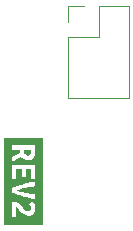
<source format=gto>
G04 #@! TF.GenerationSoftware,KiCad,Pcbnew,7.0.7*
G04 #@! TF.CreationDate,2023-08-28T17:40:55-04:00*
G04 #@! TF.ProjectId,programmer,70726f67-7261-46d6-9d65-722e6b696361,rev?*
G04 #@! TF.SameCoordinates,Original*
G04 #@! TF.FileFunction,Legend,Top*
G04 #@! TF.FilePolarity,Positive*
%FSLAX46Y46*%
G04 Gerber Fmt 4.6, Leading zero omitted, Abs format (unit mm)*
G04 Created by KiCad (PCBNEW 7.0.7) date 2023-08-28 17:40:55*
%MOMM*%
%LPD*%
G01*
G04 APERTURE LIST*
%ADD10C,0.120000*%
%ADD11C,0.800000*%
%ADD12C,6.000000*%
%ADD13R,1.700000X1.700000*%
%ADD14O,1.700000X1.700000*%
G04 APERTURE END LIST*
D10*
X140910000Y-49470000D02*
X142240000Y-49470000D01*
X140910000Y-50800000D02*
X140910000Y-49470000D01*
X140910000Y-52070000D02*
X140910000Y-57210000D01*
X140910000Y-52070000D02*
X143510000Y-52070000D01*
X140910000Y-57210000D02*
X146110000Y-57210000D01*
X143510000Y-49470000D02*
X146110000Y-49470000D01*
X143510000Y-52070000D02*
X143510000Y-49470000D01*
X146110000Y-49470000D02*
X146110000Y-57210000D01*
G36*
X137801350Y-61687075D02*
G01*
X137802937Y-61741050D01*
X137784681Y-61881544D01*
X137729912Y-61991875D01*
X137636250Y-62063312D01*
X137501313Y-62087125D01*
X137280650Y-61998225D01*
X137222309Y-61881544D01*
X137202863Y-61709300D01*
X137202863Y-61623575D01*
X137793413Y-61623575D01*
X137801350Y-61687075D01*
G37*
G36*
X138826346Y-61233050D02*
G01*
X138826346Y-67290950D01*
X138826346Y-67952408D01*
X135493654Y-67952408D01*
X135493654Y-67290950D01*
X136155113Y-67290950D01*
X136478962Y-67290950D01*
X136478962Y-66446400D01*
X136583738Y-66479738D01*
X136696450Y-66560700D01*
X136804400Y-66662300D01*
X136894887Y-66757550D01*
X137053638Y-66919475D01*
X137225088Y-67062350D01*
X137407650Y-67163950D01*
X137602913Y-67202050D01*
X137848975Y-67151250D01*
X138025188Y-67014725D01*
X138129963Y-66817875D01*
X138164887Y-66586100D01*
X138149012Y-66420603D01*
X138101387Y-66254313D01*
X138020425Y-66097547D01*
X137904538Y-65960625D01*
X137631488Y-66154300D01*
X137780713Y-66354325D01*
X137825163Y-66548000D01*
X137760075Y-66732150D01*
X137574337Y-66805175D01*
X137406062Y-66746438D01*
X137234613Y-66597213D01*
X137143728Y-66503550D01*
X137048875Y-66403538D01*
X136948069Y-66303525D01*
X136839325Y-66209862D01*
X136721453Y-66127313D01*
X136593263Y-66060637D01*
X136453563Y-66016584D01*
X136301162Y-66001900D01*
X136234488Y-66000313D01*
X136155113Y-66008250D01*
X136155113Y-67290950D01*
X135493654Y-67290950D01*
X135493654Y-64827150D01*
X136155113Y-64827150D01*
X136155113Y-65230375D01*
X136324269Y-65291053D01*
X136497307Y-65350319D01*
X136674225Y-65408175D01*
X136852025Y-65463738D01*
X137027708Y-65516125D01*
X137201275Y-65565337D01*
X137454084Y-65632806D01*
X137694988Y-65692337D01*
X137918825Y-65743534D01*
X138120438Y-65786000D01*
X138120438Y-65376425D01*
X137955338Y-65347850D01*
X137764838Y-65312925D01*
X137558859Y-65273237D01*
X137347325Y-65230375D01*
X137134600Y-65184338D01*
X136925050Y-65135125D01*
X136728597Y-65084325D01*
X136555163Y-65033525D01*
X136730978Y-64982328D01*
X136928225Y-64930337D01*
X137137775Y-64879538D01*
X137350500Y-64831912D01*
X137561637Y-64787859D01*
X137766425Y-64747775D01*
X137955734Y-64714437D01*
X138120438Y-64690625D01*
X138120438Y-64277875D01*
X137942638Y-64314388D01*
X137720388Y-64366775D01*
X137554053Y-64408756D01*
X137381015Y-64454264D01*
X137201275Y-64503300D01*
X137018007Y-64555158D01*
X136834386Y-64609133D01*
X136650412Y-64665225D01*
X136388475Y-64748569D01*
X136155113Y-64827150D01*
X135493654Y-64827150D01*
X135493654Y-62849125D01*
X136155113Y-62849125D01*
X136155113Y-64109600D01*
X136478962Y-64109600D01*
X136478962Y-63239650D01*
X137031413Y-63239650D01*
X137031413Y-63934975D01*
X137355263Y-63934975D01*
X137355263Y-63239650D01*
X137796588Y-63239650D01*
X137796588Y-64039750D01*
X138120438Y-64039750D01*
X138120438Y-62849125D01*
X136155113Y-62849125D01*
X135493654Y-62849125D01*
X135493654Y-62614175D01*
X136155113Y-62614175D01*
X136363075Y-62523687D01*
X136582150Y-62414150D01*
X136791700Y-62296675D01*
X136974262Y-62182375D01*
X137063956Y-62321281D01*
X137186988Y-62414150D01*
X137334625Y-62466537D01*
X137498138Y-62484000D01*
X137652522Y-62470903D01*
X137785475Y-62431612D01*
X137987088Y-62280800D01*
X138056144Y-62172850D01*
X138104563Y-62045850D01*
X138133138Y-61901387D01*
X138142663Y-61741050D01*
X138139488Y-61629925D01*
X138131550Y-61496575D01*
X138115675Y-61358462D01*
X138091863Y-61233050D01*
X136155113Y-61233050D01*
X136155113Y-61623575D01*
X136879013Y-61623575D01*
X136879013Y-61826775D01*
X136699228Y-61934328D01*
X136521825Y-62034738D01*
X136342041Y-62125622D01*
X136155113Y-62204600D01*
X136155113Y-62614175D01*
X135493654Y-62614175D01*
X135493654Y-61233050D01*
X135493654Y-60571592D01*
X138826346Y-60571592D01*
X138826346Y-61233050D01*
G37*
%LPC*%
D11*
X134910000Y-72051000D03*
X135569010Y-70460010D03*
X135569010Y-73641990D03*
X137160000Y-69801000D03*
D12*
X137160000Y-72051000D03*
D11*
X137160000Y-74301000D03*
X138750990Y-70460010D03*
X138750990Y-73641990D03*
X139410000Y-72051000D03*
D13*
X142240000Y-50800000D03*
D14*
X144780000Y-50800000D03*
X142240000Y-53340000D03*
X144780000Y-53340000D03*
X142240000Y-55880000D03*
X144780000Y-55880000D03*
D11*
X134910000Y-41571000D03*
X135569010Y-39980010D03*
X135569010Y-43161990D03*
X137160000Y-39321000D03*
D12*
X137160000Y-41571000D03*
D11*
X137160000Y-43821000D03*
X138750990Y-39980010D03*
X138750990Y-43161990D03*
X139410000Y-41571000D03*
D13*
X137160000Y-48260000D03*
D14*
X137160000Y-50800000D03*
X137160000Y-53340000D03*
X137160000Y-55880000D03*
X137160000Y-58420000D03*
%LPD*%
M02*

</source>
